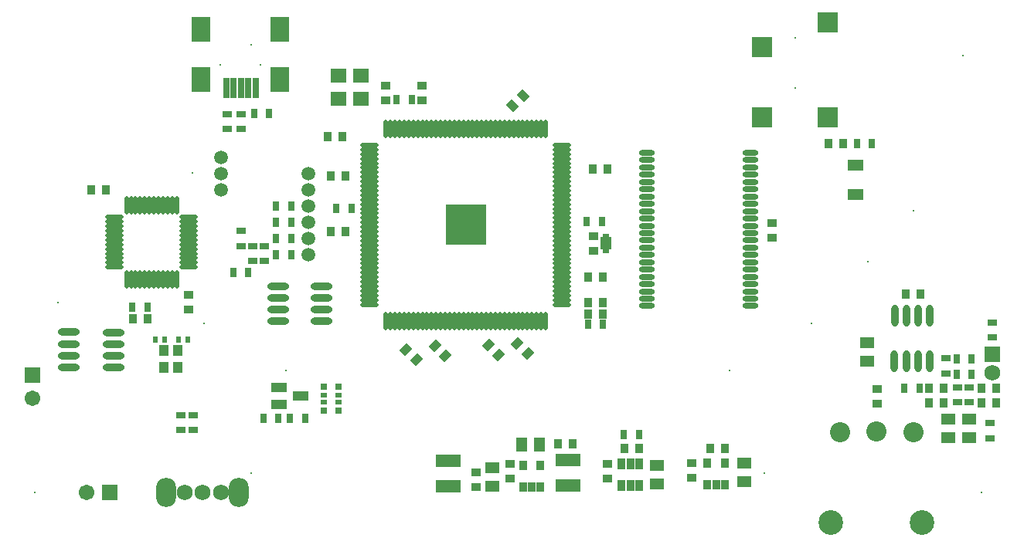
<source format=gbs>
%FSLAX25Y25*%
%MOIN*%
G70*
G01*
G75*
G04 Layer_Color=16711935*
%ADD10C,0.02362*%
%ADD11C,0.02063*%
%ADD12R,0.01969X0.07874*%
%ADD13C,0.00984*%
%ADD14C,0.01000*%
%ADD15C,0.00787*%
%ADD16C,0.01969*%
%ADD17C,0.01378*%
%ADD18C,0.01181*%
%ADD19C,0.06000*%
%ADD20R,0.06000X0.06000*%
%ADD21C,0.05906*%
%ADD22R,0.05906X0.05906*%
%ADD23O,0.07874X0.11811*%
%ADD24C,0.09843*%
%ADD25C,0.07874*%
%ADD26R,0.05906X0.05906*%
%ADD27R,0.04724X0.06693*%
%ADD28C,0.02756*%
%ADD29C,0.02598*%
%ADD30R,0.03543X0.02362*%
%ADD31R,0.02756X0.03543*%
%ADD32R,0.02362X0.03543*%
%ADD33R,0.03543X0.02756*%
%ADD34R,0.05512X0.03937*%
G04:AMPARAMS|DCode=35|XSize=27.56mil|YSize=35.43mil|CornerRadius=0mil|HoleSize=0mil|Usage=FLASHONLY|Rotation=315.000|XOffset=0mil|YOffset=0mil|HoleType=Round|Shape=Rectangle|*
%AMROTATEDRECTD35*
4,1,4,-0.02227,-0.00278,0.00278,0.02227,0.02227,0.00278,-0.00278,-0.02227,-0.02227,-0.00278,0.0*
%
%ADD35ROTATEDRECTD35*%

%ADD36R,0.10236X0.04724*%
%ADD37R,0.02559X0.03543*%
%ADD38R,0.03937X0.05512*%
G04:AMPARAMS|DCode=39|XSize=27.56mil|YSize=35.43mil|CornerRadius=0mil|HoleSize=0mil|Usage=FLASHONLY|Rotation=45.000|XOffset=0mil|YOffset=0mil|HoleType=Round|Shape=Rectangle|*
%AMROTATEDRECTD39*
4,1,4,0.00278,-0.02227,-0.02227,0.00278,-0.00278,0.02227,0.02227,-0.00278,0.00278,-0.02227,0.0*
%
%ADD39ROTATEDRECTD39*%

%ADD40R,0.01575X0.02362*%
%ADD41R,0.02362X0.01575*%
%ADD42R,0.03937X0.00787*%
%ADD43R,0.03937X0.01969*%
%ADD44R,0.06299X0.05118*%
%ADD45R,0.03543X0.03937*%
%ADD46O,0.08661X0.02362*%
%ADD47O,0.01181X0.07087*%
%ADD48O,0.07087X0.01181*%
%ADD49O,0.05906X0.01969*%
%ADD50R,0.16929X0.16929*%
%ADD51R,0.02559X0.04331*%
%ADD52O,0.02362X0.08661*%
%ADD53R,0.01969X0.01969*%
%ADD54R,0.01969X0.01575*%
%ADD55R,0.05709X0.03150*%
%ADD56R,0.07087X0.09843*%
%ADD57R,0.01969X0.07874*%
%ADD58R,0.07874X0.07874*%
%ADD59R,0.06299X0.03937*%
%ADD60C,0.03937*%
%ADD61O,0.04724X0.02362*%
%ADD62C,0.02863*%
%ADD63R,0.02769X0.08674*%
%ADD64C,0.04331*%
%ADD65C,0.06800*%
%ADD66R,0.06800X0.06800*%
%ADD67C,0.00800*%
%ADD68C,0.06706*%
%ADD69R,0.06706X0.06706*%
%ADD70O,0.08674X0.12611*%
%ADD71C,0.10642*%
%ADD72C,0.08674*%
%ADD73R,0.06706X0.06706*%
%ADD74R,0.05524X0.07493*%
%ADD75R,0.04343X0.03162*%
%ADD76R,0.03556X0.04343*%
%ADD77R,0.03162X0.04343*%
%ADD78R,0.04343X0.03556*%
%ADD79R,0.06312X0.04737*%
G04:AMPARAMS|DCode=80|XSize=35.56mil|YSize=43.43mil|CornerRadius=0mil|HoleSize=0mil|Usage=FLASHONLY|Rotation=315.000|XOffset=0mil|YOffset=0mil|HoleType=Round|Shape=Rectangle|*
%AMROTATEDRECTD80*
4,1,4,-0.02793,-0.00278,0.00278,0.02793,0.02793,0.00278,-0.00278,-0.02793,-0.02793,-0.00278,0.0*
%
%ADD80ROTATEDRECTD80*%

%ADD81R,0.11036X0.05524*%
%ADD82R,0.03359X0.04343*%
%ADD83R,0.04737X0.06312*%
G04:AMPARAMS|DCode=84|XSize=35.56mil|YSize=43.43mil|CornerRadius=0mil|HoleSize=0mil|Usage=FLASHONLY|Rotation=45.000|XOffset=0mil|YOffset=0mil|HoleType=Round|Shape=Rectangle|*
%AMROTATEDRECTD84*
4,1,4,0.00278,-0.02793,-0.02793,0.00278,-0.00278,0.02793,0.02793,-0.00278,0.00278,-0.02793,0.0*
%
%ADD84ROTATEDRECTD84*%

%ADD85R,0.02375X0.03162*%
%ADD86R,0.03162X0.02375*%
%ADD87R,0.04737X0.01587*%
%ADD88R,0.04737X0.02769*%
%ADD89R,0.07099X0.05918*%
%ADD90R,0.04343X0.04737*%
%ADD91O,0.09461X0.03162*%
%ADD92O,0.01981X0.07887*%
%ADD93O,0.07887X0.01981*%
%ADD94O,0.06706X0.02769*%
%ADD95R,0.17729X0.17729*%
%ADD96R,0.03359X0.05131*%
%ADD97O,0.03162X0.09461*%
%ADD98R,0.02769X0.02769*%
%ADD99R,0.02769X0.02375*%
%ADD100R,0.06509X0.03950*%
%ADD101R,0.07887X0.10642*%
%ADD102R,0.02769X0.08674*%
%ADD103R,0.08674X0.08674*%
%ADD104R,0.07099X0.04737*%
%ADD105R,0.00800X0.00800*%
D21*
X328500Y420500D02*
D03*
Y434500D02*
D03*
Y441500D02*
D03*
Y448500D02*
D03*
Y427500D02*
D03*
X291000Y448500D02*
D03*
Y441500D02*
D03*
Y455500D02*
D03*
X328500Y413500D02*
D03*
D65*
X623500Y362563D02*
D03*
X275126Y311000D02*
D03*
X290874D02*
D03*
X283000D02*
D03*
D66*
X623500Y370437D02*
D03*
D67*
X611000Y499500D02*
D03*
X619000Y311000D02*
D03*
X210500D02*
D03*
X283500Y384000D02*
D03*
X545500D02*
D03*
X220500Y393000D02*
D03*
X278500Y449000D02*
D03*
X589500Y432500D02*
D03*
X570000Y410500D02*
D03*
X290642Y495504D02*
D03*
X307965D02*
D03*
X538500Y507098D02*
D03*
Y485445D02*
D03*
X303870Y319374D02*
D03*
Y504413D02*
D03*
X525130Y319374D02*
D03*
Y504413D02*
D03*
D68*
X209500Y351500D02*
D03*
X233000Y311000D02*
D03*
D69*
X209500Y361500D02*
D03*
D70*
X298748Y311000D02*
D03*
X267252D02*
D03*
D71*
X554032Y297878D02*
D03*
X593402D02*
D03*
D72*
X557969Y336854D02*
D03*
X589465D02*
D03*
X573717Y337248D02*
D03*
D73*
X243000Y311000D02*
D03*
D75*
X623500Y384250D02*
D03*
Y377750D02*
D03*
X279000Y344250D02*
D03*
Y337750D02*
D03*
X273500D02*
D03*
Y344250D02*
D03*
X622500Y340750D02*
D03*
Y334250D02*
D03*
X613500Y356250D02*
D03*
Y349750D02*
D03*
X608500Y356250D02*
D03*
Y349750D02*
D03*
X603500Y368750D02*
D03*
Y362250D02*
D03*
X293500Y474250D02*
D03*
Y467750D02*
D03*
X299500Y417250D02*
D03*
Y423750D02*
D03*
X309500Y417250D02*
D03*
Y410750D02*
D03*
X304500D02*
D03*
Y417250D02*
D03*
X299500Y474250D02*
D03*
Y467750D02*
D03*
D76*
X451350Y450500D02*
D03*
X457650D02*
D03*
X618850Y349500D02*
D03*
X625150D02*
D03*
X618850Y356000D02*
D03*
X625150D02*
D03*
X596350Y349500D02*
D03*
X602650D02*
D03*
X596350Y356000D02*
D03*
X602650D02*
D03*
X552850Y461500D02*
D03*
X559150D02*
D03*
X471150Y330000D02*
D03*
X464850D02*
D03*
X508150D02*
D03*
X501850D02*
D03*
X449350Y388000D02*
D03*
X455650D02*
D03*
X592650Y396500D02*
D03*
X586350D02*
D03*
X449350Y404000D02*
D03*
X455650D02*
D03*
X449350Y393000D02*
D03*
X455650D02*
D03*
X436350Y332000D02*
D03*
X442650D02*
D03*
X344650Y447500D02*
D03*
X338350D02*
D03*
X344650Y423500D02*
D03*
X338350D02*
D03*
X343150Y464500D02*
D03*
X336850D02*
D03*
X259150Y386000D02*
D03*
X252850D02*
D03*
X234850Y441500D02*
D03*
X241150D02*
D03*
D77*
X608250Y368500D02*
D03*
X614750D02*
D03*
Y362000D02*
D03*
X608250D02*
D03*
X455250Y428000D02*
D03*
X448750D02*
D03*
X340750Y433500D02*
D03*
X347250D02*
D03*
X464750Y336000D02*
D03*
X471250D02*
D03*
X305250Y474500D02*
D03*
X311750D02*
D03*
X314750Y413500D02*
D03*
X321250D02*
D03*
X314750Y434500D02*
D03*
X321250D02*
D03*
X314750Y427500D02*
D03*
X321250D02*
D03*
X571750Y461500D02*
D03*
X565250D02*
D03*
X592250Y356000D02*
D03*
X585750D02*
D03*
X455750Y383500D02*
D03*
X449250D02*
D03*
X309250Y343000D02*
D03*
X315750D02*
D03*
X320750D02*
D03*
X327250D02*
D03*
X366750Y480500D02*
D03*
X373250D02*
D03*
X252750Y391000D02*
D03*
X259250D02*
D03*
X314750Y420500D02*
D03*
X321250D02*
D03*
X302750Y406000D02*
D03*
X296250D02*
D03*
D78*
X574000Y349350D02*
D03*
Y355650D02*
D03*
X277000Y389850D02*
D03*
Y396150D02*
D03*
X528500Y427150D02*
D03*
Y420850D02*
D03*
X451500Y421650D02*
D03*
Y415350D02*
D03*
X401000Y313350D02*
D03*
Y319650D02*
D03*
X415500Y323150D02*
D03*
Y316850D02*
D03*
X457500Y323150D02*
D03*
Y316850D02*
D03*
X494000Y323650D02*
D03*
Y317350D02*
D03*
X377500Y480350D02*
D03*
Y486650D02*
D03*
X362000Y480350D02*
D03*
Y486650D02*
D03*
D79*
X604500Y334563D02*
D03*
Y342437D02*
D03*
X613500Y334563D02*
D03*
Y342437D02*
D03*
X408000Y321437D02*
D03*
Y313563D02*
D03*
X479000Y322437D02*
D03*
Y314563D02*
D03*
X516500Y323437D02*
D03*
Y315563D02*
D03*
X569500Y367563D02*
D03*
Y375437D02*
D03*
D80*
X418773Y375227D02*
D03*
X423227Y370773D02*
D03*
X406273Y374727D02*
D03*
X410727Y370273D02*
D03*
X383273Y374227D02*
D03*
X387727Y369773D02*
D03*
X370773Y372727D02*
D03*
X375227Y368273D02*
D03*
D81*
X389000Y324709D02*
D03*
Y313685D02*
D03*
X440500Y313791D02*
D03*
Y324815D02*
D03*
D82*
X428740Y313276D02*
D03*
X425000D02*
D03*
X421260D02*
D03*
Y322724D02*
D03*
X428740D02*
D03*
X508240Y314276D02*
D03*
X504500D02*
D03*
X500760D02*
D03*
Y323724D02*
D03*
X508240D02*
D03*
D83*
X428437Y331500D02*
D03*
X420563D02*
D03*
D84*
X416773Y477773D02*
D03*
X421227Y482227D02*
D03*
D85*
X276468Y377000D02*
D03*
X272532D02*
D03*
X266469D02*
D03*
X262531D02*
D03*
D86*
X457000Y415350D02*
D03*
Y421650D02*
D03*
D87*
Y416532D02*
D03*
Y420469D02*
D03*
D88*
Y418500D02*
D03*
D89*
X341579Y490921D02*
D03*
X351421D02*
D03*
Y481079D02*
D03*
X341579D02*
D03*
D90*
X272453Y372240D02*
D03*
Y364957D02*
D03*
X266350D02*
D03*
Y372240D02*
D03*
D91*
X244646Y380000D02*
D03*
Y375000D02*
D03*
Y370000D02*
D03*
Y365000D02*
D03*
X225157D02*
D03*
Y370000D02*
D03*
Y375000D02*
D03*
Y380217D02*
D03*
X315551Y385000D02*
D03*
Y390000D02*
D03*
Y395000D02*
D03*
Y400000D02*
D03*
X334449Y385000D02*
D03*
Y390000D02*
D03*
Y395000D02*
D03*
Y400000D02*
D03*
D92*
X271827Y403055D02*
D03*
X269858D02*
D03*
X267890D02*
D03*
X265921D02*
D03*
X263953D02*
D03*
X261984D02*
D03*
X260016D02*
D03*
X258047D02*
D03*
X256079D02*
D03*
X254110D02*
D03*
X252142D02*
D03*
X250173D02*
D03*
Y434945D02*
D03*
X252142D02*
D03*
X254110D02*
D03*
X256079D02*
D03*
X258047D02*
D03*
X260016D02*
D03*
X261984D02*
D03*
X263953D02*
D03*
X265921D02*
D03*
X267890D02*
D03*
X269858D02*
D03*
X271827D02*
D03*
X362051Y468035D02*
D03*
X364020D02*
D03*
X365988D02*
D03*
X367957D02*
D03*
X369925D02*
D03*
X371894D02*
D03*
X373862D02*
D03*
X375831D02*
D03*
X377799D02*
D03*
X379768D02*
D03*
X381736D02*
D03*
X383705D02*
D03*
X385673D02*
D03*
X387642D02*
D03*
X389610D02*
D03*
X391579D02*
D03*
X393547D02*
D03*
X395516D02*
D03*
X397484D02*
D03*
X399453D02*
D03*
X401421D02*
D03*
X403390D02*
D03*
X405358D02*
D03*
X407327D02*
D03*
X409295D02*
D03*
X411264D02*
D03*
X413232D02*
D03*
X415201D02*
D03*
X417169D02*
D03*
X419138D02*
D03*
X421106D02*
D03*
X423075D02*
D03*
X425043D02*
D03*
X427012D02*
D03*
X428980D02*
D03*
X430949D02*
D03*
Y384965D02*
D03*
X428980D02*
D03*
X427012D02*
D03*
X425043D02*
D03*
X423075D02*
D03*
X421106D02*
D03*
X419138D02*
D03*
X417169D02*
D03*
X415201D02*
D03*
X413232D02*
D03*
X411264D02*
D03*
X409295D02*
D03*
X407327D02*
D03*
X405358D02*
D03*
X403390D02*
D03*
X401421D02*
D03*
X399453D02*
D03*
X397484D02*
D03*
X395516D02*
D03*
X393547D02*
D03*
X391579D02*
D03*
X389610D02*
D03*
X387642D02*
D03*
X385673D02*
D03*
X383705D02*
D03*
X381736D02*
D03*
X379768D02*
D03*
X377799D02*
D03*
X375831D02*
D03*
X373862D02*
D03*
X371894D02*
D03*
X369925D02*
D03*
X367957D02*
D03*
X365988D02*
D03*
X364020D02*
D03*
X362051D02*
D03*
D93*
X245055Y408173D02*
D03*
Y410142D02*
D03*
Y412110D02*
D03*
Y414079D02*
D03*
Y416047D02*
D03*
Y418016D02*
D03*
Y419984D02*
D03*
Y421953D02*
D03*
Y423921D02*
D03*
Y425890D02*
D03*
Y427858D02*
D03*
Y429827D02*
D03*
X276945D02*
D03*
Y427858D02*
D03*
Y425890D02*
D03*
Y423921D02*
D03*
Y421953D02*
D03*
Y419984D02*
D03*
Y418016D02*
D03*
Y416047D02*
D03*
Y414079D02*
D03*
Y412110D02*
D03*
Y410142D02*
D03*
Y408173D02*
D03*
X354965Y392051D02*
D03*
Y394020D02*
D03*
Y395988D02*
D03*
Y397957D02*
D03*
Y399925D02*
D03*
Y401894D02*
D03*
Y403862D02*
D03*
Y405831D02*
D03*
Y407799D02*
D03*
Y409768D02*
D03*
Y411736D02*
D03*
Y413705D02*
D03*
Y415673D02*
D03*
Y417642D02*
D03*
Y419610D02*
D03*
Y421579D02*
D03*
Y423547D02*
D03*
Y425516D02*
D03*
Y427484D02*
D03*
Y429453D02*
D03*
Y431421D02*
D03*
Y433390D02*
D03*
Y435358D02*
D03*
Y437327D02*
D03*
Y439295D02*
D03*
Y441264D02*
D03*
Y443232D02*
D03*
Y445201D02*
D03*
Y447169D02*
D03*
Y449138D02*
D03*
Y451106D02*
D03*
Y453075D02*
D03*
Y455043D02*
D03*
Y457012D02*
D03*
Y458980D02*
D03*
Y460949D02*
D03*
X438035D02*
D03*
Y458980D02*
D03*
Y457012D02*
D03*
Y455043D02*
D03*
Y453075D02*
D03*
Y451106D02*
D03*
Y449138D02*
D03*
Y447169D02*
D03*
Y445201D02*
D03*
Y443232D02*
D03*
Y441264D02*
D03*
Y439295D02*
D03*
Y437327D02*
D03*
Y435358D02*
D03*
Y433390D02*
D03*
Y431421D02*
D03*
Y429453D02*
D03*
Y427484D02*
D03*
Y425516D02*
D03*
Y423547D02*
D03*
Y421579D02*
D03*
Y419610D02*
D03*
Y417642D02*
D03*
Y415673D02*
D03*
Y413705D02*
D03*
Y411736D02*
D03*
Y409768D02*
D03*
Y407799D02*
D03*
Y405831D02*
D03*
Y403862D02*
D03*
Y401894D02*
D03*
Y399925D02*
D03*
Y397957D02*
D03*
Y395988D02*
D03*
Y394020D02*
D03*
Y392051D02*
D03*
D94*
X474756Y391429D02*
D03*
Y394579D02*
D03*
Y397728D02*
D03*
Y400878D02*
D03*
Y404028D02*
D03*
Y407177D02*
D03*
Y410327D02*
D03*
Y413476D02*
D03*
Y416626D02*
D03*
Y419776D02*
D03*
Y422925D02*
D03*
Y426075D02*
D03*
Y429224D02*
D03*
Y432374D02*
D03*
Y435524D02*
D03*
Y438673D02*
D03*
Y441823D02*
D03*
Y444972D02*
D03*
Y448122D02*
D03*
Y451272D02*
D03*
Y454421D02*
D03*
Y457571D02*
D03*
X519244Y391429D02*
D03*
Y394579D02*
D03*
Y397728D02*
D03*
Y400878D02*
D03*
Y404028D02*
D03*
Y407177D02*
D03*
Y410327D02*
D03*
Y413476D02*
D03*
Y416626D02*
D03*
Y419776D02*
D03*
Y422925D02*
D03*
Y426075D02*
D03*
Y429224D02*
D03*
Y432374D02*
D03*
Y435524D02*
D03*
Y438673D02*
D03*
Y441823D02*
D03*
Y444972D02*
D03*
Y448122D02*
D03*
Y451272D02*
D03*
Y454421D02*
D03*
Y457571D02*
D03*
D95*
X396500Y426500D02*
D03*
D96*
X467500Y323224D02*
D03*
X471240D02*
D03*
X463760D02*
D03*
Y313776D02*
D03*
X467500D02*
D03*
X471240D02*
D03*
D97*
X581284Y367657D02*
D03*
X586500D02*
D03*
X591500D02*
D03*
X596500D02*
D03*
Y387146D02*
D03*
X591500D02*
D03*
X586500D02*
D03*
X581500D02*
D03*
D98*
X341650Y346382D02*
D03*
X335350D02*
D03*
Y356618D02*
D03*
X341650D02*
D03*
D99*
X335350Y349925D02*
D03*
X341650D02*
D03*
X335350Y353075D02*
D03*
X341650Y353075D02*
D03*
D100*
X315874Y348760D02*
D03*
Y356240D02*
D03*
X325126Y352500D02*
D03*
D101*
X316429Y511055D02*
D03*
Y489402D02*
D03*
X282177D02*
D03*
Y511055D02*
D03*
D102*
X296350Y485465D02*
D03*
X299500D02*
D03*
X302650D02*
D03*
X305799D02*
D03*
X293201D02*
D03*
D103*
X552673Y472847D02*
D03*
X524327D02*
D03*
Y503161D02*
D03*
X552673Y513791D02*
D03*
D104*
X564500Y439701D02*
D03*
Y452299D02*
D03*
D105*
X318831Y363469D02*
D03*
X510169Y363469D02*
D03*
M02*

</source>
